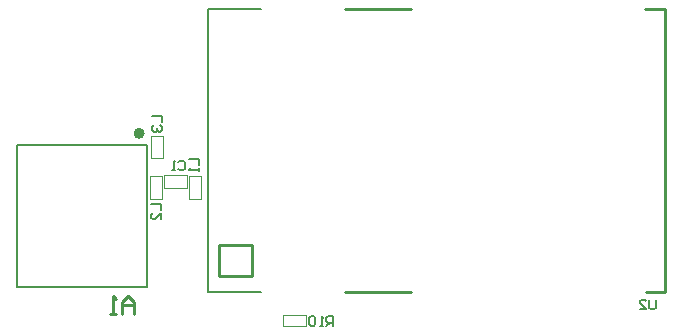
<source format=gbo>
G04*
G04 #@! TF.GenerationSoftware,Altium Limited,Altium Designer,19.0.12 (326)*
G04*
G04 Layer_Color=32896*
%FSAX25Y25*%
%MOIN*%
G70*
G01*
G75*
%ADD13C,0.00787*%
%ADD14C,0.01000*%
%ADD17C,0.00709*%
%ADD78C,0.01968*%
%ADD79C,0.00394*%
D13*
X0347500Y0307972D02*
X0365217D01*
X0347500D02*
Y0402461D01*
X0365217D01*
X0284122Y0309842D02*
X0327429D01*
X0284122D02*
Y0357087D01*
X0327429Y0309842D02*
Y0357087D01*
X0284122D02*
X0327429D01*
D14*
X0351437Y0313484D02*
Y0323721D01*
X0362461D01*
Y0313484D02*
Y0323721D01*
X0351437Y0313484D02*
X0362461D01*
X0393169Y0307972D02*
X0415217D01*
X0393169Y0402461D02*
X0415217D01*
X0493169D02*
X0499862D01*
Y0307972D02*
Y0402461D01*
X0493563Y0307972D02*
X0499862D01*
X0323000Y0300886D02*
Y0304885D01*
X0321001Y0306884D01*
X0319001Y0304885D01*
Y0300886D01*
Y0303885D01*
X0323000D01*
X0317002Y0300886D02*
X0315003D01*
X0316002D01*
Y0306884D01*
X0317002Y0305884D01*
D17*
X0389240Y0296850D02*
Y0299999D01*
X0387666D01*
X0387141Y0299474D01*
Y0298425D01*
X0387666Y0297900D01*
X0389240D01*
X0388191D02*
X0387141Y0296850D01*
X0386092D02*
X0385042D01*
X0385567D01*
Y0299999D01*
X0386092Y0299474D01*
X0383468D02*
X0382943Y0299999D01*
X0381893D01*
X0381369Y0299474D01*
Y0297375D01*
X0381893Y0296850D01*
X0382943D01*
X0383468Y0297375D01*
Y0299474D01*
X0496819Y0305511D02*
Y0302887D01*
X0496294Y0302362D01*
X0495245D01*
X0494720Y0302887D01*
Y0305511D01*
X0491571Y0302362D02*
X0493670D01*
X0491571Y0304461D01*
Y0304986D01*
X0492096Y0305511D01*
X0493146D01*
X0493670Y0304986D01*
X0329103Y0366831D02*
X0332252D01*
Y0364732D01*
X0329628Y0363682D02*
X0329103Y0363157D01*
Y0362108D01*
X0329628Y0361583D01*
X0330153D01*
X0330678Y0362108D01*
Y0362633D01*
Y0362108D01*
X0331202Y0361583D01*
X0331727D01*
X0332252Y0362108D01*
Y0363157D01*
X0331727Y0363682D01*
X0328808Y0337598D02*
X0331957D01*
Y0335499D01*
Y0332351D02*
Y0334450D01*
X0329858Y0332351D01*
X0329333D01*
X0328808Y0332875D01*
Y0333925D01*
X0329333Y0334450D01*
X0341406Y0352559D02*
X0344555D01*
Y0350460D01*
Y0349411D02*
Y0348361D01*
Y0348886D01*
X0341406D01*
X0341931Y0349411D01*
X0337732Y0351344D02*
X0338256Y0351869D01*
X0339306D01*
X0339831Y0351344D01*
Y0349245D01*
X0339306Y0348721D01*
X0338256D01*
X0337732Y0349245D01*
X0336682Y0348721D02*
X0335633D01*
X0336157D01*
Y0351869D01*
X0336682Y0351344D01*
D78*
X0325554Y0361024D02*
G03*
X0325554Y0361024I-0000880J0000000D01*
G01*
D79*
X0372705Y0300590D02*
X0380185D01*
X0372705Y0296654D02*
Y0300590D01*
Y0296654D02*
X0380185D01*
Y0300590D01*
X0345264Y0339220D02*
Y0346701D01*
X0341327D02*
X0345264D01*
X0341327Y0339220D02*
Y0346701D01*
Y0339220D02*
X0345264D01*
X0328327D02*
X0332264D01*
X0328327D02*
Y0346701D01*
X0332264D01*
Y0339220D02*
Y0346701D01*
X0328677Y0352720D02*
Y0360201D01*
Y0352720D02*
X0332614D01*
Y0360201D01*
X0328677D02*
X0332614D01*
X0340524Y0342894D02*
Y0347028D01*
X0332846Y0342894D02*
X0340524D01*
X0332846D02*
Y0347028D01*
X0340524D01*
M02*

</source>
